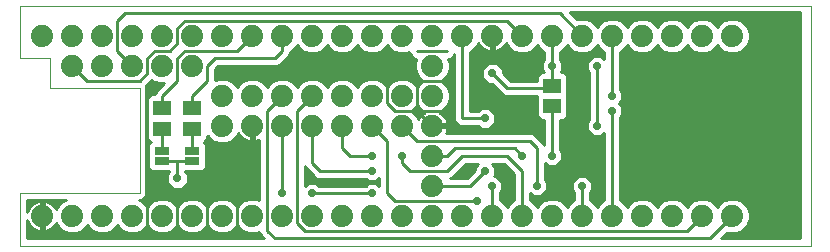
<source format=gbl>
G75*
G70*
%OFA0B0*%
%FSLAX24Y24*%
%IPPOS*%
%LPD*%
%AMOC8*
5,1,8,0,0,1.08239X$1,22.5*
%
%ADD10C,0.0000*%
%ADD11C,0.0740*%
%ADD12R,0.0591X0.0512*%
%ADD13R,0.0500X0.0250*%
%ADD14C,0.0100*%
%ADD15OC8,0.0250*%
%ADD16OC8,0.0270*%
D10*
X000300Y002893D02*
X000300Y004643D01*
X004050Y004643D01*
X004300Y004643D01*
X004300Y008143D01*
X002050Y008143D01*
X001300Y008143D01*
X001300Y009143D01*
X000300Y009143D01*
X000300Y010889D01*
X000300Y010893D01*
X000300Y010889D02*
X026670Y010889D01*
X026670Y002893D01*
X000300Y002893D01*
D11*
X001050Y003893D03*
X002050Y003893D03*
X003050Y003893D03*
X004050Y003893D03*
X005050Y003893D03*
X006050Y003893D03*
X007050Y003893D03*
X008050Y003893D03*
X009050Y003893D03*
X010050Y003893D03*
X011050Y003893D03*
X012050Y003893D03*
X013050Y003893D03*
X014050Y003893D03*
X015050Y003893D03*
X016050Y003893D03*
X017050Y003893D03*
X018050Y003893D03*
X019050Y003893D03*
X020050Y003893D03*
X021050Y003893D03*
X022050Y003893D03*
X023050Y003893D03*
X024050Y003893D03*
X014050Y004893D03*
X014050Y005893D03*
X014050Y006893D03*
X013050Y006893D03*
X012050Y006893D03*
X011050Y006893D03*
X010050Y006893D03*
X009050Y006893D03*
X008050Y006893D03*
X007050Y006893D03*
X007050Y007893D03*
X008050Y007893D03*
X009050Y007893D03*
X010050Y007893D03*
X011050Y007893D03*
X012050Y007893D03*
X013050Y007893D03*
X014050Y007893D03*
X014050Y008893D03*
X014050Y009893D03*
X015050Y009893D03*
X016050Y009893D03*
X017050Y009893D03*
X018050Y009893D03*
X019050Y009893D03*
X020050Y009893D03*
X021050Y009893D03*
X022050Y009893D03*
X023050Y009893D03*
X024050Y009893D03*
X013050Y009893D03*
X012050Y009893D03*
X011050Y009893D03*
X010050Y009893D03*
X009050Y009893D03*
X008050Y009893D03*
X007050Y009893D03*
X006050Y009893D03*
X005050Y009893D03*
X004050Y009893D03*
X003050Y009893D03*
X002050Y009893D03*
X001050Y009893D03*
X002050Y008893D03*
X003050Y008893D03*
X004050Y008893D03*
X005050Y008893D03*
X006050Y008893D03*
D12*
X006050Y007478D03*
X005050Y007478D03*
X005050Y006809D03*
X006050Y006809D03*
X018050Y007559D03*
X018050Y008228D03*
D13*
X006050Y006070D03*
X006050Y005716D03*
X005050Y005716D03*
X005050Y006070D03*
D14*
X005050Y006809D01*
X004545Y006833D02*
X004510Y006833D01*
X004510Y006735D02*
X004545Y006735D01*
X004545Y006636D02*
X004510Y006636D01*
X004510Y006538D02*
X004545Y006538D01*
X004545Y006466D02*
X004659Y006351D01*
X004590Y006282D01*
X004590Y005504D01*
X004713Y005381D01*
X005290Y005381D01*
X005290Y005371D01*
X005205Y005286D01*
X005205Y005000D01*
X005407Y004798D01*
X005693Y004798D01*
X005895Y005000D01*
X005895Y005286D01*
X005810Y005371D01*
X005810Y005381D01*
X006387Y005381D01*
X006510Y005504D01*
X006510Y006282D01*
X006441Y006351D01*
X006555Y006466D01*
X006555Y006572D01*
X006558Y006565D01*
X006721Y006402D01*
X006935Y006313D01*
X007165Y006313D01*
X007379Y006402D01*
X007542Y006565D01*
X007583Y006664D01*
X007605Y006621D01*
X007653Y006555D01*
X007711Y006497D01*
X007777Y006449D01*
X007850Y006411D01*
X007928Y006386D01*
X008000Y006375D01*
X008000Y006843D01*
X008100Y006843D01*
X008100Y006375D01*
X008172Y006386D01*
X008250Y006411D01*
X008290Y006432D01*
X008290Y004422D01*
X008165Y004473D01*
X007935Y004473D01*
X007721Y004385D01*
X007558Y004222D01*
X007550Y004202D01*
X007542Y004222D01*
X007379Y004385D01*
X007165Y004473D01*
X006935Y004473D01*
X006721Y004385D01*
X006558Y004222D01*
X006550Y004202D01*
X006542Y004222D01*
X006379Y004385D01*
X006165Y004473D01*
X005935Y004473D01*
X005721Y004385D01*
X005558Y004222D01*
X005550Y004202D01*
X005542Y004222D01*
X005379Y004385D01*
X005165Y004473D01*
X004935Y004473D01*
X004721Y004385D01*
X004558Y004222D01*
X004550Y004202D01*
X004542Y004222D01*
X004379Y004385D01*
X004262Y004433D01*
X004387Y004433D01*
X004510Y004556D01*
X004510Y008230D01*
X004507Y008233D01*
X004520Y008246D01*
X004699Y008424D01*
X004721Y008402D01*
X004935Y008313D01*
X005102Y008313D01*
X005080Y008291D01*
X004830Y008041D01*
X004790Y007945D01*
X004790Y007944D01*
X004668Y007944D01*
X004545Y007821D01*
X004545Y006466D01*
X004571Y006439D02*
X004510Y006439D01*
X004510Y006341D02*
X004648Y006341D01*
X004590Y006242D02*
X004510Y006242D01*
X004510Y006144D02*
X004590Y006144D01*
X004590Y006045D02*
X004510Y006045D01*
X004510Y005947D02*
X004590Y005947D01*
X004590Y005848D02*
X004510Y005848D01*
X004510Y005750D02*
X004590Y005750D01*
X004590Y005651D02*
X004510Y005651D01*
X004510Y005553D02*
X004590Y005553D01*
X004640Y005454D02*
X004510Y005454D01*
X004510Y005356D02*
X005275Y005356D01*
X005205Y005257D02*
X004510Y005257D01*
X004510Y005159D02*
X005205Y005159D01*
X005205Y005060D02*
X004510Y005060D01*
X004510Y004962D02*
X005244Y004962D01*
X005342Y004863D02*
X004510Y004863D01*
X004510Y004765D02*
X008290Y004765D01*
X008290Y004863D02*
X005758Y004863D01*
X005856Y004962D02*
X008290Y004962D01*
X008290Y005060D02*
X005895Y005060D01*
X005895Y005159D02*
X008290Y005159D01*
X008290Y005257D02*
X005895Y005257D01*
X005825Y005356D02*
X008290Y005356D01*
X008290Y005454D02*
X006460Y005454D01*
X006510Y005553D02*
X008290Y005553D01*
X008290Y005651D02*
X006510Y005651D01*
X006510Y005750D02*
X008290Y005750D01*
X008290Y005848D02*
X006510Y005848D01*
X006510Y005947D02*
X008290Y005947D01*
X008290Y006045D02*
X006510Y006045D01*
X006510Y006144D02*
X008290Y006144D01*
X008290Y006242D02*
X006510Y006242D01*
X006452Y006341D02*
X006868Y006341D01*
X006684Y006439D02*
X006529Y006439D01*
X006555Y006538D02*
X006585Y006538D01*
X006050Y006809D02*
X006050Y006070D01*
X006050Y005716D02*
X005550Y005716D01*
X005550Y005143D01*
X004510Y004666D02*
X008290Y004666D01*
X008290Y004568D02*
X004510Y004568D01*
X004423Y004469D02*
X004925Y004469D01*
X004707Y004371D02*
X004393Y004371D01*
X004491Y004272D02*
X004609Y004272D01*
X004550Y004393D02*
X004550Y003393D01*
X004461Y003484D02*
X004639Y003484D01*
X004558Y003565D02*
X004721Y003402D01*
X004935Y003313D01*
X005165Y003313D01*
X005379Y003402D01*
X005542Y003565D01*
X005550Y003585D01*
X005558Y003565D01*
X005721Y003402D01*
X005935Y003313D01*
X006165Y003313D01*
X006379Y003402D01*
X006542Y003565D01*
X006550Y003585D01*
X006558Y003565D01*
X006721Y003402D01*
X006935Y003313D01*
X007165Y003313D01*
X007379Y003402D01*
X007542Y003565D01*
X007550Y003585D01*
X007558Y003565D01*
X007721Y003402D01*
X007935Y003313D01*
X008165Y003313D01*
X008290Y003365D01*
X008290Y003342D01*
X008330Y003246D01*
X008403Y003173D01*
X008432Y003143D01*
X000550Y003143D01*
X000550Y003749D01*
X000568Y003694D01*
X000605Y003621D01*
X000653Y003555D01*
X000711Y003497D01*
X000777Y003449D01*
X000850Y003411D01*
X000928Y003386D01*
X001000Y003375D01*
X001000Y003843D01*
X001100Y003843D01*
X001100Y003375D01*
X001172Y003386D01*
X001250Y003411D01*
X001323Y003449D01*
X001389Y003497D01*
X001447Y003555D01*
X001495Y003621D01*
X001517Y003664D01*
X001558Y003565D01*
X001721Y003402D01*
X001935Y003313D01*
X002165Y003313D01*
X002379Y003402D01*
X002542Y003565D01*
X002550Y003585D01*
X002558Y003565D01*
X002721Y003402D01*
X002935Y003313D01*
X003165Y003313D01*
X003379Y003402D01*
X003542Y003565D01*
X003550Y003585D01*
X003558Y003565D01*
X003721Y003402D01*
X003935Y003313D01*
X004165Y003313D01*
X004379Y003402D01*
X004542Y003565D01*
X004550Y003585D01*
X004558Y003565D01*
X004551Y003583D02*
X004549Y003583D01*
X004340Y003386D02*
X004760Y003386D01*
X005340Y003386D02*
X005760Y003386D01*
X005639Y003484D02*
X005461Y003484D01*
X005550Y003393D02*
X005550Y004393D01*
X005550Y003393D01*
X005549Y003583D02*
X005551Y003583D01*
X006340Y003386D02*
X006760Y003386D01*
X006639Y003484D02*
X006461Y003484D01*
X006550Y003393D02*
X006550Y004393D01*
X006491Y004272D02*
X006609Y004272D01*
X006707Y004371D02*
X006393Y004371D01*
X006175Y004469D02*
X006925Y004469D01*
X007175Y004469D02*
X007925Y004469D01*
X007707Y004371D02*
X007393Y004371D01*
X007491Y004272D02*
X007609Y004272D01*
X007550Y004393D02*
X007550Y003393D01*
X007461Y003484D02*
X007639Y003484D01*
X007551Y003583D02*
X007549Y003583D01*
X007340Y003386D02*
X007760Y003386D01*
X008312Y003287D02*
X000550Y003287D01*
X000550Y003189D02*
X008387Y003189D01*
X008550Y003393D02*
X008800Y003143D01*
X023300Y003143D01*
X024050Y003893D01*
X024590Y003681D02*
X026300Y003681D01*
X026300Y003583D02*
X024549Y003583D01*
X024542Y003565D02*
X024630Y003778D01*
X024630Y004009D01*
X024542Y004222D01*
X024379Y004385D01*
X024165Y004473D01*
X023935Y004473D01*
X023721Y004385D01*
X023558Y004222D01*
X023550Y004202D01*
X023542Y004222D01*
X023379Y004385D01*
X023165Y004473D01*
X022935Y004473D01*
X022721Y004385D01*
X022558Y004222D01*
X022550Y004202D01*
X022542Y004222D01*
X022379Y004385D01*
X022165Y004473D01*
X021935Y004473D01*
X021721Y004385D01*
X021558Y004222D01*
X021550Y004202D01*
X021542Y004222D01*
X021379Y004385D01*
X021165Y004473D01*
X020935Y004473D01*
X020721Y004385D01*
X020558Y004222D01*
X020550Y004202D01*
X020542Y004222D01*
X020379Y004385D01*
X020310Y004413D01*
X020310Y007180D01*
X020385Y007255D01*
X020385Y007532D01*
X020274Y007643D01*
X020385Y007755D01*
X020385Y008032D01*
X020310Y008107D01*
X020310Y009373D01*
X020379Y009402D01*
X020542Y009565D01*
X020550Y009585D01*
X020558Y009565D01*
X020721Y009402D01*
X020935Y009313D01*
X021165Y009313D01*
X021379Y009402D01*
X021542Y009565D01*
X021550Y009585D01*
X021558Y009565D01*
X021721Y009402D01*
X021935Y009313D01*
X022165Y009313D01*
X022379Y009402D01*
X022542Y009565D01*
X022550Y009585D01*
X022558Y009565D01*
X022721Y009402D01*
X022935Y009313D01*
X023165Y009313D01*
X023379Y009402D01*
X023542Y009565D01*
X023550Y009585D01*
X023558Y009565D01*
X023721Y009402D01*
X023935Y009313D01*
X024165Y009313D01*
X024379Y009402D01*
X024542Y009565D01*
X024630Y009778D01*
X024630Y010009D01*
X024542Y010222D01*
X024379Y010385D01*
X024165Y010473D01*
X023935Y010473D01*
X023721Y010385D01*
X023558Y010222D01*
X023550Y010202D01*
X023542Y010222D01*
X023379Y010385D01*
X023165Y010473D01*
X022935Y010473D01*
X022721Y010385D01*
X022558Y010222D01*
X022550Y010202D01*
X022542Y010222D01*
X022379Y010385D01*
X022165Y010473D01*
X021935Y010473D01*
X021721Y010385D01*
X021558Y010222D01*
X021550Y010202D01*
X021542Y010222D01*
X021379Y010385D01*
X021165Y010473D01*
X020935Y010473D01*
X020721Y010385D01*
X020558Y010222D01*
X020550Y010202D01*
X020542Y010222D01*
X020379Y010385D01*
X020165Y010473D01*
X019935Y010473D01*
X019721Y010385D01*
X019558Y010222D01*
X019550Y010202D01*
X019542Y010222D01*
X019379Y010385D01*
X019165Y010473D01*
X018935Y010473D01*
X018866Y010445D01*
X018632Y010679D01*
X026300Y010679D01*
X026300Y003143D01*
X023668Y003143D01*
X023866Y003342D01*
X023935Y003313D01*
X024165Y003313D01*
X024379Y003402D01*
X024542Y003565D01*
X024461Y003484D02*
X026300Y003484D01*
X026300Y003386D02*
X024340Y003386D01*
X023812Y003287D02*
X026300Y003287D01*
X026300Y003189D02*
X023713Y003189D01*
X023050Y003893D02*
X022550Y003393D01*
X009800Y003393D01*
X009550Y003643D01*
X009550Y007393D01*
X010050Y007893D01*
X010550Y008202D02*
X010542Y008222D01*
X010379Y008385D01*
X010165Y008473D01*
X009935Y008473D01*
X009721Y008385D01*
X009558Y008222D01*
X009550Y008202D01*
X009542Y008222D01*
X009379Y008385D01*
X009165Y008473D01*
X008935Y008473D01*
X008721Y008385D01*
X008558Y008222D01*
X008550Y008202D01*
X008542Y008222D01*
X008379Y008385D01*
X008165Y008473D01*
X007935Y008473D01*
X007721Y008385D01*
X007558Y008222D01*
X007550Y008202D01*
X007542Y008222D01*
X007379Y008385D01*
X007165Y008473D01*
X006935Y008473D01*
X006810Y008422D01*
X006810Y008786D01*
X006908Y008883D01*
X008852Y008883D01*
X008947Y008923D01*
X009197Y009173D01*
X009270Y009246D01*
X009310Y009342D01*
X009310Y009373D01*
X009379Y009402D01*
X009542Y009565D01*
X009550Y009585D01*
X009558Y009565D01*
X009721Y009402D01*
X009935Y009313D01*
X010165Y009313D01*
X010379Y009402D01*
X010542Y009565D01*
X010550Y009585D01*
X010558Y009565D01*
X010721Y009402D01*
X010935Y009313D01*
X011165Y009313D01*
X011379Y009402D01*
X011542Y009565D01*
X011550Y009585D01*
X011558Y009565D01*
X011721Y009402D01*
X011935Y009313D01*
X012165Y009313D01*
X012379Y009402D01*
X012542Y009565D01*
X012550Y009585D01*
X012558Y009565D01*
X012721Y009402D01*
X012935Y009313D01*
X013165Y009313D01*
X013290Y009365D01*
X013290Y009342D01*
X013330Y009246D01*
X013403Y009173D01*
X013498Y009133D01*
X013522Y009133D01*
X013470Y009009D01*
X013470Y008778D01*
X013558Y008565D01*
X013721Y008402D01*
X013741Y008393D01*
X013721Y008385D01*
X013558Y008222D01*
X013550Y008202D01*
X013542Y008222D01*
X013379Y008385D01*
X013165Y008473D01*
X012935Y008473D01*
X012721Y008385D01*
X012558Y008222D01*
X012550Y008202D01*
X012542Y008222D01*
X012379Y008385D01*
X012165Y008473D01*
X011935Y008473D01*
X011721Y008385D01*
X011558Y008222D01*
X011550Y008202D01*
X011542Y008222D01*
X011379Y008385D01*
X011165Y008473D01*
X010935Y008473D01*
X010721Y008385D01*
X010558Y008222D01*
X010550Y008202D01*
X010546Y008212D02*
X010554Y008212D01*
X010647Y008311D02*
X010453Y008311D01*
X010320Y008409D02*
X010780Y008409D01*
X011320Y008409D02*
X011780Y008409D01*
X011647Y008311D02*
X011453Y008311D01*
X011546Y008212D02*
X011554Y008212D01*
X012320Y008409D02*
X012780Y008409D01*
X012647Y008311D02*
X012453Y008311D01*
X012550Y008393D02*
X012550Y007643D01*
X012800Y007393D01*
X013550Y007393D01*
X014550Y007393D01*
X014500Y007523D02*
X014790Y007523D01*
X014790Y007621D02*
X014565Y007621D01*
X014542Y007565D02*
X014630Y007778D01*
X014630Y008009D01*
X014542Y008222D01*
X014379Y008385D01*
X014359Y008393D01*
X014379Y008402D01*
X014542Y008565D01*
X014630Y008778D01*
X014630Y009009D01*
X014578Y009133D01*
X014602Y009133D01*
X014697Y009173D01*
X014770Y009246D01*
X014790Y009293D01*
X014790Y007092D01*
X014830Y006996D01*
X014903Y006923D01*
X014998Y006883D01*
X015586Y006883D01*
X015661Y006808D01*
X015939Y006808D01*
X016135Y007005D01*
X016135Y007282D01*
X015939Y007478D01*
X015661Y007478D01*
X015586Y007403D01*
X015310Y007403D01*
X015310Y009373D01*
X015379Y009402D01*
X015542Y009565D01*
X015583Y009664D01*
X015605Y009621D01*
X015653Y009555D01*
X015711Y009497D01*
X015777Y009449D01*
X015850Y009411D01*
X015928Y009386D01*
X016000Y009375D01*
X016000Y009843D01*
X016100Y009843D01*
X016100Y009375D01*
X016172Y009386D01*
X016250Y009411D01*
X016323Y009449D01*
X016389Y009497D01*
X016447Y009555D01*
X016495Y009621D01*
X016517Y009664D01*
X016558Y009565D01*
X016721Y009402D01*
X016935Y009313D01*
X017165Y009313D01*
X017379Y009402D01*
X017542Y009565D01*
X017550Y009585D01*
X017558Y009565D01*
X017721Y009402D01*
X017790Y009373D01*
X017790Y009107D01*
X017715Y009032D01*
X017715Y008755D01*
X017776Y008694D01*
X017668Y008694D01*
X017545Y008571D01*
X017545Y008403D01*
X016658Y008403D01*
X016395Y008666D01*
X016395Y008786D01*
X016193Y008988D01*
X015907Y008988D01*
X015705Y008786D01*
X015705Y008500D01*
X015907Y008298D01*
X016027Y008298D01*
X016330Y007996D01*
X016403Y007923D01*
X016498Y007883D01*
X017545Y007883D01*
X017545Y007216D01*
X017668Y007093D01*
X017790Y007093D01*
X017790Y006243D01*
X017770Y006291D01*
X017697Y006364D01*
X017447Y006614D01*
X017352Y006653D01*
X014511Y006653D01*
X014532Y006694D01*
X014557Y006772D01*
X014569Y006843D01*
X014100Y006843D01*
X014100Y006943D01*
X014569Y006943D01*
X014557Y007015D01*
X014532Y007093D01*
X014495Y007166D01*
X014447Y007232D01*
X014389Y007290D01*
X014323Y007338D01*
X014279Y007360D01*
X014379Y007402D01*
X014542Y007565D01*
X014606Y007720D02*
X014790Y007720D01*
X014790Y007818D02*
X014630Y007818D01*
X014630Y007917D02*
X014790Y007917D01*
X014790Y008015D02*
X014627Y008015D01*
X014586Y008114D02*
X014790Y008114D01*
X014790Y008212D02*
X014546Y008212D01*
X014453Y008311D02*
X014790Y008311D01*
X014790Y008409D02*
X014386Y008409D01*
X014485Y008508D02*
X014790Y008508D01*
X014790Y008606D02*
X014559Y008606D01*
X014600Y008705D02*
X014790Y008705D01*
X014790Y008803D02*
X014630Y008803D01*
X014630Y008902D02*
X014790Y008902D01*
X014790Y009000D02*
X014630Y009000D01*
X014593Y009099D02*
X014790Y009099D01*
X014790Y009197D02*
X014722Y009197D01*
X014550Y009393D02*
X013550Y009393D01*
X013309Y009296D02*
X009291Y009296D01*
X009222Y009197D02*
X013378Y009197D01*
X013507Y009099D02*
X009123Y009099D01*
X009025Y009000D02*
X013470Y009000D01*
X013470Y008902D02*
X008896Y008902D01*
X008800Y009143D02*
X009050Y009393D01*
X009050Y009893D01*
X009470Y009493D02*
X009630Y009493D01*
X009739Y009394D02*
X009361Y009394D01*
X008800Y009143D02*
X006800Y009143D01*
X006550Y008893D01*
X006550Y008393D01*
X006050Y007893D01*
X006050Y007478D01*
X005050Y007478D02*
X005050Y007893D01*
X005300Y008143D01*
X005550Y008393D01*
X005550Y009143D01*
X005800Y009393D01*
X007550Y009393D01*
X008050Y009893D01*
X006828Y008803D02*
X013470Y008803D01*
X013500Y008705D02*
X006810Y008705D01*
X006810Y008606D02*
X013541Y008606D01*
X013550Y008643D02*
X013330Y008863D01*
X013550Y008643D02*
X013550Y008393D01*
X014550Y008393D01*
X015310Y008409D02*
X015796Y008409D01*
X015705Y008508D02*
X015310Y008508D01*
X015310Y008606D02*
X015705Y008606D01*
X015705Y008705D02*
X015310Y008705D01*
X015310Y008803D02*
X015722Y008803D01*
X015821Y008902D02*
X015310Y008902D01*
X015310Y009000D02*
X017715Y009000D01*
X017715Y008902D02*
X016279Y008902D01*
X016378Y008803D02*
X017715Y008803D01*
X017765Y008705D02*
X016395Y008705D01*
X016455Y008606D02*
X017580Y008606D01*
X017545Y008508D02*
X016553Y008508D01*
X016652Y008409D02*
X017545Y008409D01*
X017965Y008143D02*
X018050Y008228D01*
X018050Y008893D01*
X018050Y009893D01*
X018550Y009585D02*
X018558Y009565D01*
X018721Y009402D01*
X018935Y009313D01*
X019165Y009313D01*
X019379Y009402D01*
X019542Y009565D01*
X019550Y009585D01*
X019558Y009565D01*
X019721Y009402D01*
X019790Y009373D01*
X019790Y009127D01*
X019689Y009228D01*
X019411Y009228D01*
X019215Y009032D01*
X019215Y008755D01*
X019290Y008680D01*
X019290Y007107D01*
X019215Y007032D01*
X019215Y006755D01*
X019411Y006558D01*
X019689Y006558D01*
X019790Y006660D01*
X019790Y004413D01*
X019721Y004385D01*
X019558Y004222D01*
X019550Y004202D01*
X019542Y004222D01*
X019379Y004385D01*
X019310Y004413D01*
X019310Y004680D01*
X019385Y004755D01*
X019385Y005032D01*
X019189Y005228D01*
X018911Y005228D01*
X018715Y005032D01*
X018715Y004755D01*
X018790Y004680D01*
X018790Y004413D01*
X018721Y004385D01*
X018558Y004222D01*
X018550Y004202D01*
X018542Y004222D01*
X018379Y004385D01*
X018165Y004473D01*
X017935Y004473D01*
X017721Y004385D01*
X017558Y004222D01*
X017550Y004202D01*
X017542Y004222D01*
X017379Y004385D01*
X017310Y004413D01*
X017310Y004660D01*
X017411Y004558D01*
X017689Y004558D01*
X017885Y004755D01*
X017885Y005032D01*
X017810Y005107D01*
X017810Y005660D01*
X017911Y005558D01*
X018189Y005558D01*
X018385Y005755D01*
X018385Y006032D01*
X018310Y006107D01*
X018310Y007093D01*
X018432Y007093D01*
X018555Y007216D01*
X018555Y008571D01*
X018432Y008694D01*
X018324Y008694D01*
X018385Y008755D01*
X018385Y009032D01*
X018310Y009107D01*
X018310Y009373D01*
X018379Y009402D01*
X018542Y009565D01*
X018550Y009585D01*
X018470Y009493D02*
X018630Y009493D01*
X018739Y009394D02*
X018361Y009394D01*
X018310Y009296D02*
X019790Y009296D01*
X019790Y009197D02*
X019720Y009197D01*
X019380Y009197D02*
X018310Y009197D01*
X018318Y009099D02*
X019282Y009099D01*
X019215Y009000D02*
X018385Y009000D01*
X018385Y008902D02*
X019215Y008902D01*
X019215Y008803D02*
X018385Y008803D01*
X018335Y008705D02*
X019265Y008705D01*
X019290Y008606D02*
X018520Y008606D01*
X018555Y008508D02*
X019290Y008508D01*
X019290Y008409D02*
X018555Y008409D01*
X018555Y008311D02*
X019290Y008311D01*
X019290Y008212D02*
X018555Y008212D01*
X018555Y008114D02*
X019290Y008114D01*
X019290Y008015D02*
X018555Y008015D01*
X018555Y007917D02*
X019290Y007917D01*
X019290Y007818D02*
X018555Y007818D01*
X018555Y007720D02*
X019290Y007720D01*
X019290Y007621D02*
X018555Y007621D01*
X018555Y007523D02*
X019290Y007523D01*
X019290Y007424D02*
X018555Y007424D01*
X018555Y007326D02*
X019290Y007326D01*
X019290Y007227D02*
X018555Y007227D01*
X018468Y007129D02*
X019290Y007129D01*
X019215Y007030D02*
X018310Y007030D01*
X018310Y006932D02*
X019215Y006932D01*
X019215Y006833D02*
X018310Y006833D01*
X018310Y006735D02*
X019235Y006735D01*
X019333Y006636D02*
X018310Y006636D01*
X018310Y006538D02*
X019790Y006538D01*
X019790Y006636D02*
X019767Y006636D01*
X019790Y006439D02*
X018310Y006439D01*
X018310Y006341D02*
X019790Y006341D01*
X019790Y006242D02*
X018310Y006242D01*
X018310Y006144D02*
X019790Y006144D01*
X019790Y006045D02*
X018372Y006045D01*
X018385Y005947D02*
X019790Y005947D01*
X019790Y005848D02*
X018385Y005848D01*
X018380Y005750D02*
X019790Y005750D01*
X019790Y005651D02*
X018282Y005651D01*
X018050Y005893D02*
X018050Y007559D01*
X017545Y007523D02*
X015310Y007523D01*
X015310Y007621D02*
X017545Y007621D01*
X017545Y007720D02*
X015310Y007720D01*
X015310Y007818D02*
X017545Y007818D01*
X017545Y007424D02*
X015993Y007424D01*
X016091Y007326D02*
X017545Y007326D01*
X017545Y007227D02*
X016135Y007227D01*
X016135Y007129D02*
X017632Y007129D01*
X017790Y007030D02*
X016135Y007030D01*
X016062Y006932D02*
X017790Y006932D01*
X017790Y006833D02*
X015964Y006833D01*
X015636Y006833D02*
X014567Y006833D01*
X014545Y006735D02*
X017790Y006735D01*
X017790Y006636D02*
X017393Y006636D01*
X017523Y006538D02*
X017790Y006538D01*
X017790Y006439D02*
X017622Y006439D01*
X017720Y006341D02*
X017790Y006341D01*
X017550Y006143D02*
X017550Y004893D01*
X017857Y005060D02*
X018743Y005060D01*
X018715Y004962D02*
X017885Y004962D01*
X017885Y004863D02*
X018715Y004863D01*
X018715Y004765D02*
X017885Y004765D01*
X017797Y004666D02*
X018790Y004666D01*
X018790Y004568D02*
X017698Y004568D01*
X017707Y004371D02*
X017393Y004371D01*
X017310Y004469D02*
X017925Y004469D01*
X018175Y004469D02*
X018790Y004469D01*
X018707Y004371D02*
X018393Y004371D01*
X018491Y004272D02*
X018609Y004272D01*
X019050Y003893D02*
X019050Y004893D01*
X019385Y004863D02*
X019790Y004863D01*
X019790Y004765D02*
X019385Y004765D01*
X019310Y004666D02*
X019790Y004666D01*
X019790Y004568D02*
X019310Y004568D01*
X019310Y004469D02*
X019790Y004469D01*
X019707Y004371D02*
X019393Y004371D01*
X019491Y004272D02*
X019609Y004272D01*
X020310Y004469D02*
X020925Y004469D01*
X020707Y004371D02*
X020393Y004371D01*
X020491Y004272D02*
X020609Y004272D01*
X020310Y004568D02*
X026300Y004568D01*
X026300Y004666D02*
X020310Y004666D01*
X020310Y004765D02*
X026300Y004765D01*
X026300Y004863D02*
X020310Y004863D01*
X020310Y004962D02*
X026300Y004962D01*
X026300Y005060D02*
X020310Y005060D01*
X020310Y005159D02*
X026300Y005159D01*
X026300Y005257D02*
X020310Y005257D01*
X020310Y005356D02*
X026300Y005356D01*
X026300Y005454D02*
X020310Y005454D01*
X020310Y005553D02*
X026300Y005553D01*
X026300Y005651D02*
X020310Y005651D01*
X020310Y005750D02*
X026300Y005750D01*
X026300Y005848D02*
X020310Y005848D01*
X020310Y005947D02*
X026300Y005947D01*
X026300Y006045D02*
X020310Y006045D01*
X020310Y006144D02*
X026300Y006144D01*
X026300Y006242D02*
X020310Y006242D01*
X020310Y006341D02*
X026300Y006341D01*
X026300Y006439D02*
X020310Y006439D01*
X020310Y006538D02*
X026300Y006538D01*
X026300Y006636D02*
X020310Y006636D01*
X020310Y006735D02*
X026300Y006735D01*
X026300Y006833D02*
X020310Y006833D01*
X020310Y006932D02*
X026300Y006932D01*
X026300Y007030D02*
X020310Y007030D01*
X020310Y007129D02*
X026300Y007129D01*
X026300Y007227D02*
X020358Y007227D01*
X020385Y007326D02*
X026300Y007326D01*
X026300Y007424D02*
X020385Y007424D01*
X020385Y007523D02*
X026300Y007523D01*
X026300Y007621D02*
X020296Y007621D01*
X020350Y007720D02*
X026300Y007720D01*
X026300Y007818D02*
X020385Y007818D01*
X020385Y007917D02*
X026300Y007917D01*
X026300Y008015D02*
X020385Y008015D01*
X020310Y008114D02*
X026300Y008114D01*
X026300Y008212D02*
X020310Y008212D01*
X020310Y008311D02*
X026300Y008311D01*
X026300Y008409D02*
X020310Y008409D01*
X020310Y008508D02*
X026300Y008508D01*
X026300Y008606D02*
X020310Y008606D01*
X020310Y008705D02*
X026300Y008705D01*
X026300Y008803D02*
X020310Y008803D01*
X020310Y008902D02*
X026300Y008902D01*
X026300Y009000D02*
X020310Y009000D01*
X020310Y009099D02*
X026300Y009099D01*
X026300Y009197D02*
X020310Y009197D01*
X020310Y009296D02*
X026300Y009296D01*
X026300Y009394D02*
X024361Y009394D01*
X024470Y009493D02*
X026300Y009493D01*
X026300Y009591D02*
X024553Y009591D01*
X024594Y009690D02*
X026300Y009690D01*
X026300Y009788D02*
X024630Y009788D01*
X024630Y009887D02*
X026300Y009887D01*
X026300Y009985D02*
X024630Y009985D01*
X024599Y010084D02*
X026300Y010084D01*
X026300Y010182D02*
X024558Y010182D01*
X024483Y010281D02*
X026300Y010281D01*
X026300Y010379D02*
X024384Y010379D01*
X023716Y010379D02*
X023384Y010379D01*
X023483Y010281D02*
X023617Y010281D01*
X022716Y010379D02*
X022384Y010379D01*
X022483Y010281D02*
X022617Y010281D01*
X021716Y010379D02*
X021384Y010379D01*
X021483Y010281D02*
X021617Y010281D01*
X020716Y010379D02*
X020384Y010379D01*
X020483Y010281D02*
X020617Y010281D01*
X020050Y009893D02*
X020050Y007893D01*
X020050Y007393D02*
X020050Y003893D01*
X021175Y004469D02*
X021925Y004469D01*
X021707Y004371D02*
X021393Y004371D01*
X021491Y004272D02*
X021609Y004272D01*
X022175Y004469D02*
X022925Y004469D01*
X022707Y004371D02*
X022393Y004371D01*
X022491Y004272D02*
X022609Y004272D01*
X023175Y004469D02*
X023925Y004469D01*
X023707Y004371D02*
X023393Y004371D01*
X023491Y004272D02*
X023609Y004272D01*
X024175Y004469D02*
X026300Y004469D01*
X026300Y004371D02*
X024393Y004371D01*
X024491Y004272D02*
X026300Y004272D01*
X026300Y004174D02*
X024562Y004174D01*
X024602Y004075D02*
X026300Y004075D01*
X026300Y003977D02*
X024630Y003977D01*
X024630Y003878D02*
X026300Y003878D01*
X026300Y003780D02*
X024630Y003780D01*
X019790Y004962D02*
X019385Y004962D01*
X019357Y005060D02*
X019790Y005060D01*
X019790Y005159D02*
X019258Y005159D01*
X018842Y005159D02*
X017810Y005159D01*
X017810Y005257D02*
X019790Y005257D01*
X019790Y005356D02*
X017810Y005356D01*
X017810Y005454D02*
X019790Y005454D01*
X019790Y005553D02*
X017810Y005553D01*
X017810Y005651D02*
X017818Y005651D01*
X017050Y005893D02*
X016800Y006143D01*
X014800Y006143D01*
X014550Y005893D01*
X014050Y005893D01*
X014300Y006393D02*
X013550Y006393D01*
X013050Y006893D01*
X013583Y007122D02*
X013542Y007222D01*
X013379Y007385D01*
X013359Y007393D01*
X013379Y007402D01*
X013542Y007565D01*
X013550Y007585D01*
X013558Y007565D01*
X013721Y007402D01*
X013821Y007360D01*
X013777Y007338D01*
X013711Y007290D01*
X013653Y007232D01*
X013605Y007166D01*
X013583Y007122D01*
X013580Y007129D02*
X013586Y007129D01*
X013536Y007227D02*
X013650Y007227D01*
X013761Y007326D02*
X013438Y007326D01*
X013401Y007424D02*
X013699Y007424D01*
X013600Y007523D02*
X013500Y007523D01*
X013550Y007393D02*
X013550Y008393D01*
X013453Y008311D02*
X013647Y008311D01*
X013714Y008409D02*
X013320Y008409D01*
X013615Y008508D02*
X006810Y008508D01*
X007320Y008409D02*
X007780Y008409D01*
X007647Y008311D02*
X007453Y008311D01*
X007546Y008212D02*
X007554Y008212D01*
X008320Y008409D02*
X008780Y008409D01*
X008647Y008311D02*
X008453Y008311D01*
X008546Y008212D02*
X008554Y008212D01*
X009050Y007893D02*
X008550Y007393D01*
X008550Y003393D01*
X008290Y004469D02*
X008175Y004469D01*
X009050Y004643D02*
X009050Y006893D01*
X010050Y006893D02*
X010050Y005643D01*
X010300Y005393D01*
X012050Y005393D01*
X012289Y005159D02*
X012290Y005159D01*
X012290Y005160D02*
X012290Y004877D01*
X012189Y004978D01*
X011911Y004978D01*
X011836Y004903D01*
X010264Y004903D01*
X010189Y004978D01*
X009911Y004978D01*
X009810Y004877D01*
X009810Y005543D01*
X009830Y005496D01*
X010080Y005246D01*
X010153Y005173D01*
X010248Y005133D01*
X011836Y005133D01*
X011911Y005058D01*
X012189Y005058D01*
X012290Y005160D01*
X012290Y005060D02*
X012191Y005060D01*
X012205Y004962D02*
X012290Y004962D01*
X011909Y005060D02*
X009810Y005060D01*
X009810Y004962D02*
X009895Y004962D01*
X009810Y005159D02*
X010187Y005159D01*
X010068Y005257D02*
X009810Y005257D01*
X009810Y005356D02*
X009970Y005356D01*
X009871Y005454D02*
X009810Y005454D01*
X010205Y004962D02*
X011895Y004962D01*
X012050Y004643D02*
X010050Y004643D01*
X011300Y005893D02*
X012050Y005893D01*
X012550Y006393D02*
X012550Y004643D01*
X012800Y004393D01*
X015550Y004393D01*
X016310Y004413D02*
X016310Y004680D01*
X016385Y004755D01*
X016385Y005032D01*
X016189Y005228D01*
X016109Y005228D01*
X016135Y005255D01*
X016135Y005532D01*
X016034Y005633D01*
X016442Y005633D01*
X016790Y005286D01*
X016790Y004413D01*
X016721Y004385D01*
X016558Y004222D01*
X016550Y004202D01*
X016542Y004222D01*
X016379Y004385D01*
X016310Y004413D01*
X016310Y004469D02*
X016790Y004469D01*
X016790Y004568D02*
X016310Y004568D01*
X016310Y004666D02*
X016790Y004666D01*
X016790Y004765D02*
X016385Y004765D01*
X016385Y004863D02*
X016790Y004863D01*
X016790Y004962D02*
X016385Y004962D01*
X016357Y005060D02*
X016790Y005060D01*
X016790Y005159D02*
X016258Y005159D01*
X016135Y005257D02*
X016790Y005257D01*
X016720Y005356D02*
X016135Y005356D01*
X016135Y005454D02*
X016621Y005454D01*
X016523Y005553D02*
X016114Y005553D01*
X015800Y005393D02*
X015300Y004893D01*
X015050Y004893D01*
X014050Y004893D01*
X014650Y005153D02*
X014697Y005173D01*
X015158Y005633D01*
X015566Y005633D01*
X015465Y005532D01*
X015465Y005426D01*
X015192Y005153D01*
X014650Y005153D01*
X014663Y005159D02*
X015198Y005159D01*
X015296Y005257D02*
X014782Y005257D01*
X014880Y005356D02*
X015395Y005356D01*
X015465Y005454D02*
X014979Y005454D01*
X015077Y005553D02*
X015486Y005553D01*
X015050Y005893D02*
X016550Y005893D01*
X017050Y005393D01*
X017050Y003893D01*
X016609Y004272D02*
X016491Y004272D01*
X016393Y004371D02*
X016707Y004371D01*
X017310Y004568D02*
X017402Y004568D01*
X017491Y004272D02*
X017609Y004272D01*
X016050Y003893D02*
X016050Y004893D01*
X015050Y005893D02*
X014550Y005393D01*
X013300Y005393D01*
X013050Y005643D01*
X013050Y005893D01*
X012550Y006393D02*
X012050Y006893D01*
X011050Y006893D02*
X011050Y006143D01*
X011300Y005893D01*
X013550Y007393D02*
X014050Y006893D01*
X014100Y006932D02*
X014894Y006932D01*
X014815Y007030D02*
X014552Y007030D01*
X014514Y007129D02*
X014790Y007129D01*
X014790Y007227D02*
X014450Y007227D01*
X014339Y007326D02*
X014790Y007326D01*
X014790Y007424D02*
X014401Y007424D01*
X015050Y007143D02*
X015800Y007143D01*
X015607Y007424D02*
X015310Y007424D01*
X015050Y007143D02*
X015050Y009893D01*
X015553Y009591D02*
X015627Y009591D01*
X015717Y009493D02*
X015470Y009493D01*
X015361Y009394D02*
X015903Y009394D01*
X016000Y009394D02*
X016100Y009394D01*
X016197Y009394D02*
X016739Y009394D01*
X016630Y009493D02*
X016383Y009493D01*
X016473Y009591D02*
X016547Y009591D01*
X016100Y009591D02*
X016000Y009591D01*
X016000Y009493D02*
X016100Y009493D01*
X016100Y009690D02*
X016000Y009690D01*
X016000Y009788D02*
X016100Y009788D01*
X016550Y010393D02*
X005800Y010393D01*
X005550Y010143D01*
X005550Y009643D01*
X005300Y009393D01*
X004800Y009393D01*
X004550Y009143D01*
X004550Y008643D01*
X004300Y008393D01*
X002550Y008393D01*
X002050Y008893D01*
X003550Y009393D02*
X004050Y008893D01*
X004684Y008409D02*
X004714Y008409D01*
X004585Y008311D02*
X005100Y008311D01*
X005001Y008212D02*
X004510Y008212D01*
X004510Y008114D02*
X004903Y008114D01*
X004819Y008015D02*
X004510Y008015D01*
X004510Y007917D02*
X004641Y007917D01*
X004545Y007818D02*
X004510Y007818D01*
X004510Y007720D02*
X004545Y007720D01*
X004545Y007621D02*
X004510Y007621D01*
X004510Y007523D02*
X004545Y007523D01*
X004545Y007424D02*
X004510Y007424D01*
X004510Y007326D02*
X004545Y007326D01*
X004545Y007227D02*
X004510Y007227D01*
X004510Y007129D02*
X004545Y007129D01*
X004545Y007030D02*
X004510Y007030D01*
X004510Y006932D02*
X004545Y006932D01*
X005050Y005716D02*
X005550Y005716D01*
X007232Y006341D02*
X008290Y006341D01*
X008100Y006439D02*
X008000Y006439D01*
X008000Y006538D02*
X008100Y006538D01*
X008100Y006636D02*
X008000Y006636D01*
X008000Y006735D02*
X008100Y006735D01*
X008100Y006833D02*
X008000Y006833D01*
X007597Y006636D02*
X007571Y006636D01*
X007515Y006538D02*
X007670Y006538D01*
X007796Y006439D02*
X007416Y006439D01*
X009546Y008212D02*
X009554Y008212D01*
X009647Y008311D02*
X009453Y008311D01*
X009320Y008409D02*
X009780Y008409D01*
X010361Y009394D02*
X010739Y009394D01*
X010630Y009493D02*
X010470Y009493D01*
X011361Y009394D02*
X011739Y009394D01*
X011630Y009493D02*
X011470Y009493D01*
X012361Y009394D02*
X012739Y009394D01*
X012630Y009493D02*
X012470Y009493D01*
X012546Y008212D02*
X012554Y008212D01*
X013546Y008212D02*
X013554Y008212D01*
X015310Y008212D02*
X016113Y008212D01*
X016212Y008114D02*
X015310Y008114D01*
X015310Y008015D02*
X016310Y008015D01*
X016417Y007917D02*
X015310Y007917D01*
X015310Y008311D02*
X015895Y008311D01*
X016050Y008643D02*
X016550Y008143D01*
X017965Y008143D01*
X019550Y008893D02*
X019550Y006893D01*
X017550Y006143D02*
X017300Y006393D01*
X015050Y006393D01*
X014300Y006393D01*
X015310Y009099D02*
X017782Y009099D01*
X017790Y009197D02*
X015310Y009197D01*
X015310Y009296D02*
X017790Y009296D01*
X017739Y009394D02*
X017361Y009394D01*
X017470Y009493D02*
X017630Y009493D01*
X017050Y009893D02*
X016550Y010393D01*
X018300Y010643D02*
X004800Y010643D01*
X003800Y010643D01*
X003550Y010393D01*
X003550Y009393D01*
X005175Y004469D02*
X005925Y004469D01*
X005707Y004371D02*
X005393Y004371D01*
X005491Y004272D02*
X005609Y004272D01*
X006549Y003583D02*
X006551Y003583D01*
X003760Y003386D02*
X003340Y003386D01*
X003461Y003484D02*
X003639Y003484D01*
X003551Y003583D02*
X003549Y003583D01*
X002760Y003386D02*
X002340Y003386D01*
X002461Y003484D02*
X002639Y003484D01*
X002551Y003583D02*
X002549Y003583D01*
X001760Y003386D02*
X001170Y003386D01*
X001100Y003386D02*
X001000Y003386D01*
X000930Y003386D02*
X000550Y003386D01*
X000550Y003484D02*
X000728Y003484D01*
X000633Y003583D02*
X000550Y003583D01*
X000550Y003681D02*
X000574Y003681D01*
X001000Y003681D02*
X001100Y003681D01*
X001100Y003583D02*
X001000Y003583D01*
X001000Y003484D02*
X001100Y003484D01*
X001372Y003484D02*
X001639Y003484D01*
X001551Y003583D02*
X001467Y003583D01*
X001100Y003780D02*
X001000Y003780D01*
X001000Y003943D02*
X001000Y004412D01*
X000928Y004401D01*
X000850Y004375D01*
X000777Y004338D01*
X000711Y004290D01*
X000653Y004232D01*
X000605Y004166D01*
X000568Y004093D01*
X000550Y004037D01*
X000550Y004433D01*
X001838Y004433D01*
X001721Y004385D01*
X001558Y004222D01*
X001517Y004122D01*
X001495Y004166D01*
X001447Y004232D01*
X001389Y004290D01*
X001323Y004338D01*
X001250Y004375D01*
X001172Y004401D01*
X001100Y004412D01*
X001100Y003943D01*
X001000Y003943D01*
X001000Y003977D02*
X001100Y003977D01*
X001100Y004075D02*
X001000Y004075D01*
X001000Y004174D02*
X001100Y004174D01*
X001100Y004272D02*
X001000Y004272D01*
X001000Y004371D02*
X001100Y004371D01*
X001258Y004371D02*
X001707Y004371D01*
X001609Y004272D02*
X001406Y004272D01*
X001489Y004174D02*
X001538Y004174D01*
X000842Y004371D02*
X000550Y004371D01*
X000550Y004272D02*
X000694Y004272D01*
X000611Y004174D02*
X000550Y004174D01*
X000550Y004075D02*
X000562Y004075D01*
X018300Y010643D02*
X019050Y009893D01*
X019470Y009493D02*
X019630Y009493D01*
X019739Y009394D02*
X019361Y009394D01*
X020361Y009394D02*
X020739Y009394D01*
X020630Y009493D02*
X020470Y009493D01*
X021361Y009394D02*
X021739Y009394D01*
X021630Y009493D02*
X021470Y009493D01*
X022361Y009394D02*
X022739Y009394D01*
X022630Y009493D02*
X022470Y009493D01*
X023361Y009394D02*
X023739Y009394D01*
X023630Y009493D02*
X023470Y009493D01*
X026300Y010478D02*
X018833Y010478D01*
X018735Y010576D02*
X026300Y010576D01*
X026300Y010675D02*
X018636Y010675D01*
X019384Y010379D02*
X019716Y010379D01*
X019617Y010281D02*
X019483Y010281D01*
D15*
X019550Y008893D03*
X018050Y008893D03*
X020050Y007893D03*
X020050Y007393D03*
X019550Y006893D03*
X018050Y005893D03*
X017050Y005893D03*
X015800Y005393D03*
X016050Y004893D03*
X015550Y004393D03*
X017550Y004893D03*
X019050Y004893D03*
X015800Y007143D03*
X013050Y005893D03*
X012050Y005893D03*
X012050Y005393D03*
X012050Y004643D03*
X010050Y004643D03*
D16*
X010050Y005143D03*
X009050Y004643D03*
X006550Y004393D03*
X005550Y005143D03*
X006550Y003393D03*
X015170Y005473D03*
X016300Y005393D03*
X016160Y006773D03*
X016760Y007253D03*
X016050Y008643D03*
X016550Y008893D03*
X019180Y008533D03*
X021300Y008893D03*
X022050Y007893D03*
X019050Y005643D03*
X022550Y005143D03*
X013330Y008863D03*
X010300Y008893D03*
X007050Y008643D03*
M02*

</source>
